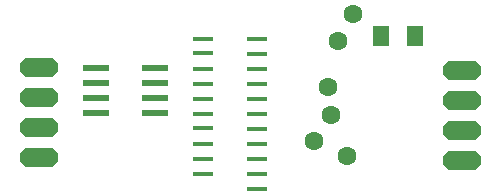
<source format=gbr>
%FSLAX34Y34*%
%MOMM*%
%LNSOLDERMASK_TOP*%
G71*
G01*
%ADD10R,1.800X0.450*%
%ADD11C,1.600*%
%ADD12R,2.200X0.600*%
%ADD13R,1.400X1.800*%
%LPD*%
X282252Y266644D02*
G54D10*
D03*
X282252Y253844D02*
G54D10*
D03*
X282252Y241144D02*
G54D10*
D03*
X237000Y266500D02*
G54D10*
D03*
X237000Y254000D02*
G54D10*
D03*
X237000Y241000D02*
G54D10*
D03*
X237000Y228500D02*
G54D10*
D03*
X282252Y228444D02*
G54D10*
D03*
X282252Y215744D02*
G54D10*
D03*
X282252Y203044D02*
G54D10*
D03*
X282252Y190444D02*
G54D10*
D03*
X282252Y177644D02*
G54D10*
D03*
X282252Y164944D02*
G54D10*
D03*
X282252Y152144D02*
G54D10*
D03*
X237000Y152000D02*
G54D10*
D03*
X237000Y165000D02*
G54D10*
D03*
X237000Y177500D02*
G54D10*
D03*
X237000Y190500D02*
G54D10*
D03*
X237000Y202500D02*
G54D10*
D03*
X237000Y215500D02*
G54D10*
D03*
X282252Y139544D02*
G54D10*
D03*
X363312Y287100D02*
G54D11*
D03*
X350912Y264400D02*
G54D11*
D03*
X342512Y225900D02*
G54D11*
D03*
X344812Y201900D02*
G54D11*
D03*
X358312Y167200D02*
G54D11*
D03*
X330612Y179800D02*
G54D11*
D03*
X196326Y203386D02*
G54D12*
D03*
X196326Y216086D02*
G54D12*
D03*
X196326Y228786D02*
G54D12*
D03*
X196326Y241486D02*
G54D12*
D03*
X146326Y241486D02*
G54D12*
D03*
X146326Y228786D02*
G54D12*
D03*
X146326Y216086D02*
G54D12*
D03*
X146326Y203386D02*
G54D12*
D03*
X387812Y269200D02*
G54D13*
D03*
X415812Y269200D02*
G54D13*
D03*
G36*
X440212Y243020D02*
X444892Y247700D01*
X467532Y247700D01*
X472212Y243020D01*
X472212Y236380D01*
X467532Y231700D01*
X444892Y231700D01*
X440212Y236380D01*
X440212Y243020D01*
G37*
G36*
X440212Y217620D02*
X444892Y222300D01*
X467532Y222300D01*
X472212Y217620D01*
X472212Y210980D01*
X467532Y206300D01*
X444892Y206300D01*
X440212Y210980D01*
X440212Y217620D01*
G37*
G36*
X440212Y192220D02*
X444892Y196900D01*
X467532Y196900D01*
X472212Y192220D01*
X472212Y185580D01*
X467532Y180900D01*
X444892Y180900D01*
X440212Y185580D01*
X440212Y192220D01*
G37*
G36*
X440212Y166820D02*
X444892Y171500D01*
X467532Y171500D01*
X472212Y166820D01*
X472212Y160180D01*
X467532Y155500D01*
X444892Y155500D01*
X440212Y160180D01*
X440212Y166820D01*
G37*
G36*
X81946Y245720D02*
X86626Y250400D01*
X109266Y250400D01*
X113946Y245720D01*
X113946Y239080D01*
X109266Y234400D01*
X86626Y234400D01*
X81946Y239080D01*
X81946Y245720D01*
G37*
G36*
X81946Y220320D02*
X86626Y225000D01*
X109266Y225000D01*
X113946Y220320D01*
X113946Y213680D01*
X109266Y209000D01*
X86626Y209000D01*
X81946Y213680D01*
X81946Y220320D01*
G37*
G36*
X81946Y194920D02*
X86626Y199600D01*
X109266Y199600D01*
X113946Y194920D01*
X113946Y188280D01*
X109266Y183600D01*
X86626Y183600D01*
X81946Y188280D01*
X81946Y194920D01*
G37*
G36*
X81946Y169520D02*
X86626Y174200D01*
X109266Y174200D01*
X113946Y169520D01*
X113946Y162880D01*
X109266Y158200D01*
X86626Y158200D01*
X81946Y162880D01*
X81946Y169520D01*
G37*
M02*

</source>
